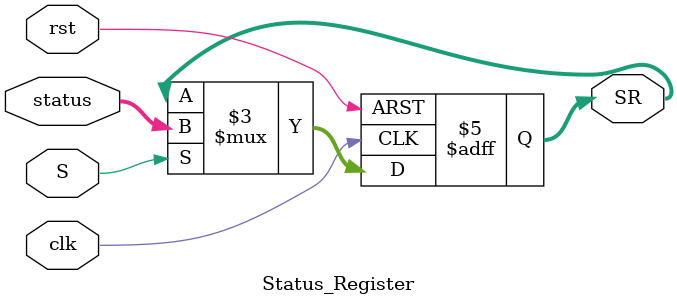
<source format=v>
module Status_Register(
    input clk, rst, S, 
    input [3:0] status, 
    output reg [3:0] SR
    );
  
    always @(negedge clk, posedge rst) begin
		if (rst)
			SR <= 4'b0;
		else if (S)
			SR <= status;
		else
			SR <= SR;
    end

endmodule
</source>
